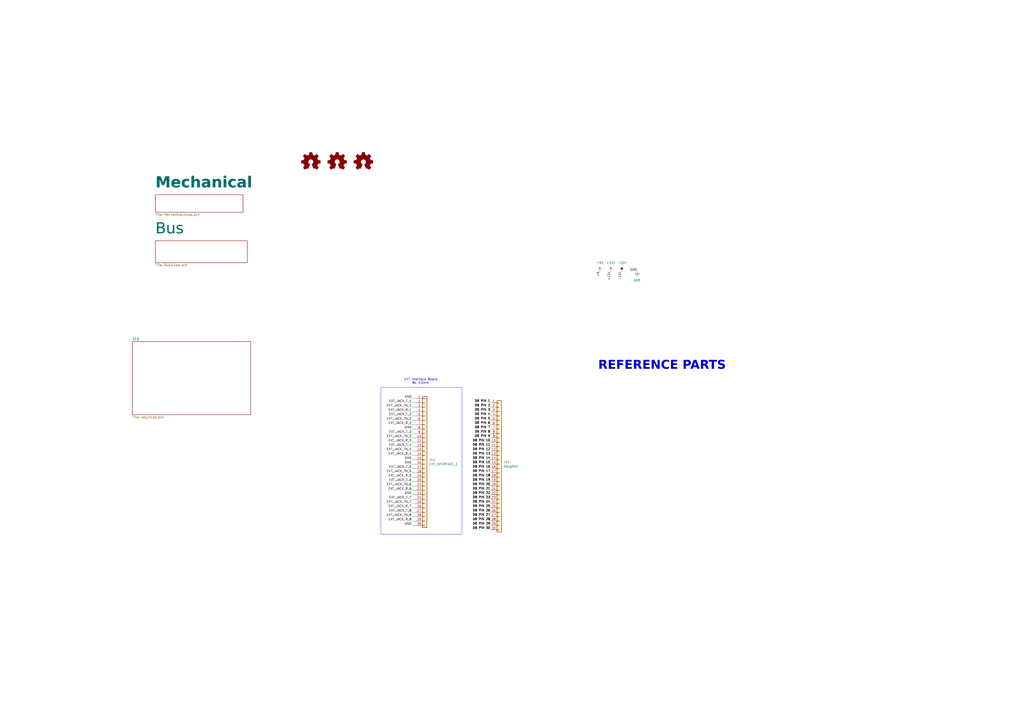
<source format=kicad_sch>
(kicad_sch (version 20231120) (generator "eeschema") (generator_version "8.0")
  (paper "A2")
  (title_block (title "Audio Thing Template") (date "2024-11-13") (rev "1.0") (company "velvia-fifty") (comment 1 "https://github.com/velvia-fifty/AudioThings") (comment 2 "You should have changed this already :)") (comment 4 "Stay humble"))
  (lib_symbols
    (symbol "Connector_Generic:Conn_01x30" (pin_names (offset 1.016) hide)
      (property "Reference" "J" (at 0 38.1 0))
      (property "Value" "Conn_01x30" (at 0 -40.64 0))
      (symbol "Conn_01x30_1_1"
        (rectangle (start -1.27 -37.973) (end 0 -38.227) (stroke (width 0.1524)))
        (rectangle (start -1.27 -35.433) (end 0 -35.687) (stroke (width 0.1524)))
        (rectangle (start -1.27 -32.893) (end 0 -33.147) (stroke (width 0.1524)))
        (rectangle (start -1.27 -30.353) (end 0 -30.607) (stroke (width 0.1524)))
        (rectangle (start -1.27 -27.813) (end 0 -28.067) (stroke (width 0.1524)))
        (rectangle (start -1.27 -25.273) (end 0 -25.527) (stroke (width 0.1524)))
        (rectangle (start -1.27 -22.733) (end 0 -22.987) (stroke (width 0.1524)))
        (rectangle (start -1.27 -20.193) (end 0 -20.447) (stroke (width 0.1524)))
        (rectangle (start -1.27 -17.653) (end 0 -17.907) (stroke (width 0.1524)))
        (rectangle (start -1.27 -15.113) (end 0 -15.367) (stroke (width 0.1524)))
        (rectangle (start -1.27 -12.573) (end 0 -12.827) (stroke (width 0.1524)))
        (rectangle (start -1.27 -10.033) (end 0 -10.287) (stroke (width 0.1524)))
        (rectangle (start -1.27 -7.493) (end 0 -7.747) (stroke (width 0.1524)))
        (rectangle (start -1.27 -4.953) (end 0 -5.207) (stroke (width 0.1524)))
        (rectangle (start -1.27 -2.413) (end 0 -2.667) (stroke (width 0.1524)))
        (rectangle (start -1.27 0.127) (end 0 -0.127) (stroke (width 0.1524)))
        (rectangle (start -1.27 2.667) (end 0 2.413) (stroke (width 0.1524)))
        (rectangle (start -1.27 5.207) (end 0 4.953) (stroke (width 0.1524)))
        (rectangle (start -1.27 7.747) (end 0 7.493) (stroke (width 0.1524)))
        (rectangle (start -1.27 10.287) (end 0 10.033) (stroke (width 0.1524)))
        (rectangle (start -1.27 12.827) (end 0 12.573) (stroke (width 0.1524)))
        (rectangle (start -1.27 15.367) (end 0 15.113) (stroke (width 0.1524)))
        (rectangle (start -1.27 17.907) (end 0 17.653) (stroke (width 0.1524)))
        (rectangle (start -1.27 20.447) (end 0 20.193) (stroke (width 0.1524)))
        (rectangle (start -1.27 22.987) (end 0 22.733) (stroke (width 0.1524)))
        (rectangle (start -1.27 25.527) (end 0 25.273) (stroke (width 0.1524)))
        (rectangle (start -1.27 28.067) (end 0 27.813) (stroke (width 0.1524)))
        (rectangle (start -1.27 30.607) (end 0 30.353) (stroke (width 0.1524)))
        (rectangle (start -1.27 33.147) (end 0 32.893) (stroke (width 0.1524)))
        (rectangle (start -1.27 35.687) (end 0 35.433) (stroke (width 0.1524)))
        (rectangle (start -1.27 36.83) (end 1.27 -39.37) (stroke (width 0.254)) (fill (type background)))
        (pin passive line (at -5.08 35.56 0) (length 3.81) (name "Pin_1") (number "1"))
        (pin passive line (at -5.08 12.7 0) (length 3.81) (name "Pin_10") (number "10"))
        (pin passive line (at -5.08 10.16 0) (length 3.81) (name "Pin_11") (number "11"))
        (pin passive line (at -5.08 7.62 0) (length 3.81) (name "Pin_12") (number "12"))
        (pin passive line (at -5.08 5.08 0) (length 3.81) (name "Pin_13") (number "13"))
        (pin passive line (at -5.08 2.54 0) (length 3.81) (name "Pin_14") (number "14"))
        (pin passive line (at -5.08 0 0) (length 3.81) (name "Pin_15") (number "15"))
        (pin passive line (at -5.08 -2.54 0) (length 3.81) (name "Pin_16") (number "16"))
        (pin passive line (at -5.08 -5.08 0) (length 3.81) (name "Pin_17") (number "17"))
        (pin passive line (at -5.08 -7.62 0) (length 3.81) (name "Pin_18") (number "18"))
        (pin passive line (at -5.08 -10.16 0) (length 3.81) (name "Pin_19") (number "19"))
        (pin passive line (at -5.08 33.02 0) (length 3.81) (name "Pin_2") (number "2"))
        (pin passive line (at -5.08 -12.7 0) (length 3.81) (name "Pin_20") (number "20"))
        (pin passive line (at -5.08 -15.24 0) (length 3.81) (name "Pin_21") (number "21"))
        (pin passive line (at -5.08 -17.78 0) (length 3.81) (name "Pin_22") (number "22"))
        (pin passive line (at -5.08 -20.32 0) (length 3.81) (name "Pin_23") (number "23"))
        (pin passive line (at -5.08 -22.86 0) (length 3.81) (name "Pin_24") (number "24"))
        (pin passive line (at -5.08 -25.4 0) (length 3.81) (name "Pin_25") (number "25"))
        (pin passive line (at -5.08 -27.94 0) (length 3.81) (name "Pin_26") (number "26"))
        (pin passive line (at -5.08 -30.48 0) (length 3.81) (name "Pin_27") (number "27"))
        (pin passive line (at -5.08 -33.02 0) (length 3.81) (name "Pin_28") (number "28"))
        (pin passive line (at -5.08 -35.56 0) (length 3.81) (name "Pin_29") (number "29"))
        (pin passive line (at -5.08 30.48 0) (length 3.81) (name "Pin_3") (number "3"))
        (pin passive line (at -5.08 -38.1 0) (length 3.81) (name "Pin_30") (number "30"))
        (pin passive line (at -5.08 27.94 0) (length 3.81) (name "Pin_4") (number "4"))
        (pin passive line (at -5.08 25.4 0) (length 3.81) (name "Pin_5") (number "5"))
        (pin passive line (at -5.08 22.86 0) (length 3.81) (name "Pin_6") (number "6"))
        (pin passive line (at -5.08 20.32 0) (length 3.81) (name "Pin_7") (number "7"))
        (pin passive line (at -5.08 17.78 0) (length 3.81) (name "Pin_8") (number "8"))
        (pin passive line (at -5.08 15.24 0) (length 3.81) (name "Pin_9") (number "9"))
      )
    )
    (symbol "Graphic:Logo_Open_Hardware_Small" (in_bom no) (on_board no)
      (symbol "Logo_Open_Hardware_Small_0_1"
        (polyline (pts (xy 3.3528 -4.3434) (xy 3.302 -4.318) (xy 3.175 -4.2418) (xy 2.9972 -4.1148) (xy 2.7686 -3.9624) (xy 2.54 -3.81) (xy 2.3622 -3.7084) (xy 2.2352 -3.6068) (xy 2.1844 -3.5814) (xy 2.159 -3.6068) (xy 2.0574 -3.6576) (xy 1.905 -3.7338) (xy 1.8034 -3.7846) (xy 1.6764 -3.8354) (xy 1.6002 -3.8354) (xy 1.6002 -3.8354) (xy 1.5494 -3.7338) (xy 1.4732 -3.5306) (xy 1.3462 -3.302) (xy 1.2446 -3.0226) (xy 1.1176 -2.7178) (xy 0.9652 -2.413) (xy 0.8636 -2.1082) (xy 0.7366 -1.8288) (xy 0.6604 -1.6256) (xy 0.6096 -1.4732) (xy 0.5842 -1.397) (xy 0.5842 -1.397) (xy 0.6604 -1.3208) (xy 0.7874 -1.2446) (xy 1.0414 -1.016) (xy 1.2954 -0.6858) (xy 1.4478 -0.3302) (xy 1.524 0.0762) (xy 1.4732 0.4572) (xy 1.3208 0.8128) (xy 1.0668 1.143) (xy 0.762 1.3716) (xy 0.4064 1.524) (xy 0 1.5748) (xy -0.381 1.5494) (xy -0.7366 1.397) (xy -1.0668 1.143) (xy -1.2192 0.9906) (xy -1.397 0.6604) (xy -1.524 0.3048) (xy -1.524 0.2286) (xy -1.4986 -0.1778) (xy -1.397 -0.5334) (xy -1.1938 -0.8636) (xy -0.9144 -1.143) (xy -0.8636 -1.1684) (xy -0.7366 -1.27) (xy -0.635 -1.3462) (xy -0.5842 -1.397) (xy -1.0668 -2.5908) (xy -1.143 -2.794) (xy -1.2954 -3.1242) (xy -1.397 -3.4036) (xy -1.4986 -3.6322) (xy -1.5748 -3.7846) (xy -1.6002 -3.8354) (xy -1.6002 -3.8354) (xy -1.651 -3.8354) (xy -1.7272 -3.81) (xy -1.905 -3.7338) (xy -2.0066 -3.683) (xy -2.1336 -3.6068) (xy -2.2098 -3.5814) (xy -2.2606 -3.6068) (xy -2.3622 -3.683) (xy -2.54 -3.81) (xy -2.7686 -3.9624) (xy -2.9718 -4.0894) (xy -3.1496 -4.2164) (xy -3.302 -4.318) (xy -3.3528 -4.3434) (xy -3.3782 -4.3434) (xy -3.429 -4.318) (xy -3.5306 -4.2164) (xy -3.7084 -4.064) (xy -3.937 -3.8354) (xy -3.9624 -3.81) (xy -4.1656 -3.6068) (xy -4.318 -3.4544) (xy -4.4196 -3.3274) (xy -4.445 -3.2766) (xy -4.445 -3.2766) (xy -4.4196 -3.2258) (xy -4.318 -3.0734) (xy -4.2164 -2.8956) (xy -4.064 -2.667) (xy -3.6576 -2.0828) (xy -3.8862 -1.5494) (xy -3.937 -1.3716) (xy -4.0386 -1.1684) (xy -4.0894 -1.0414) (xy -4.1148 -0.9652) (xy -4.191 -0.9398) (xy -4.318 -0.9144) (xy -4.5466 -0.8636) (xy -4.8006 -0.8128) (xy -5.0546 -0.7874) (xy -5.2578 -0.7366) (xy -5.4356 -0.7112) (xy -5.5118 -0.6858) (xy -5.5118 -0.6858) (xy -5.5372 -0.635) (xy -5.5372 -0.5588) (xy -5.5372 -0.4318) (xy -5.5626 -0.2286) (xy -5.5626 0.0762) (xy -5.5626 0.127) (xy -5.5372 0.4064) (xy -5.5372 0.635) (xy -5.5372 0.762) (xy -5.5372 0.8382) (xy -5.5372 0.8382) (xy -5.461 0.8382) (xy -5.3086 0.889) (xy -5.08 0.9144) (xy -4.826 0.9652) (xy -4.8006 0.9906) (xy -4.5466 1.0414) (xy -4.318 1.0668) (xy -4.1656 1.1176) (xy -4.0894 1.143) (xy -4.0894 1.143) (xy -4.0386 1.2446) (xy -3.9624 1.4224) (xy -3.8608 1.6256) (xy -3.7846 1.8288) (xy -3.7084 2.0066) (xy -3.6576 2.159) (xy -3.6322 2.2098) (xy -3.6322 2.2098) (xy -3.683 2.286) (xy -3.7592 2.413) (xy -3.8862 2.5908) (xy -4.064 2.8194) (xy -4.064 2.8448) (xy -4.2164 3.0734) (xy -4.3434 3.2512) (xy -4.4196 3.3782) (xy -4.445 3.4544) (xy -4.445 3.4544) (xy -4.3942 3.5052) (xy -4.2926 3.6322) (xy -4.1148 3.81) (xy -3.937 4.0132) (xy -3.8608 4.064) (xy -3.6576 4.2926) (xy -3.5052 4.4196) (xy -3.4036 4.4958) (xy -3.3528 4.5212) (xy -3.3528 4.5212) (xy -3.302 4.4704) (xy -3.1496 4.3688) (xy -2.9718 4.2418) (xy -2.7432 4.0894) (xy -2.7178 4.0894) (xy -2.4892 3.937) (xy -2.3114 3.81) (xy -2.1844 3.7084) (xy -2.1336 3.683) (xy -2.1082 3.683) (xy -2.032 3.7084) (xy -1.8542 3.7592) (xy -1.6764 3.8354) (xy -1.4732 3.937) (xy -1.27 4.0132) (xy -1.143 4.064) (xy -1.0668 4.1148) (xy -1.0668 4.1148) (xy -1.0414 4.191) (xy -1.016 4.3434) (xy -0.9652 4.572) (xy -0.9144 4.8514) (xy -0.889 4.9022) (xy -0.8382 5.1562) (xy -0.8128 5.3848) (xy -0.7874 5.5372) (xy -0.762 5.588) (xy -0.7112 5.6134) (xy -0.5842 5.6134) (xy -0.4064 5.6134) (xy -0.1524 5.6134) (xy 0.0762 5.6134) (xy 0.3302 5.6134) (xy 0.5334 5.6134) (xy 0.6858 5.588) (xy 0.7366 5.588) (xy 0.7366 5.588) (xy 0.762 5.5118) (xy 0.8128 5.334) (xy 0.8382 5.1054) (xy 0.9144 4.826) (xy 0.9144 4.7752) (xy 0.9652 4.5212) (xy 1.016 4.2926) (xy 1.0414 4.1402) (xy 1.0668 4.0894) (xy 1.0668 4.0894) (xy 1.1938 4.0386) (xy 1.3716 3.9624) (xy 1.5748 3.8608) (xy 2.0828 3.6576) (xy 2.7178 4.0894) (xy 2.7686 4.1402) (xy 2.9972 4.2926) (xy 3.175 4.4196) (xy 3.302 4.4958) (xy 3.3782 4.5212) (xy 3.3782 4.5212) (xy 3.429 4.4704) (xy 3.556 4.3434) (xy 3.7338 4.191) (xy 3.9116 3.9878) (xy 4.064 3.8354) (xy 4.2418 3.6576) (xy 4.3434 3.556) (xy 4.4196 3.4798) (xy 4.4196 3.429) (xy 4.4196 3.4036) (xy 4.3942 3.3274) (xy 4.2926 3.2004) (xy 4.1656 2.9972) (xy 4.0132 2.794) (xy 3.8862 2.5908) (xy 3.7592 2.3876) (xy 3.6576 2.2352) (xy 3.6322 2.159) (xy 3.6322 2.1336) (xy 3.683 2.0066) (xy 3.7592 1.8288) (xy 3.8608 1.6002) (xy 4.064 1.1176) (xy 4.3942 1.0414) (xy 4.5974 1.016) (xy 4.8768 0.9652) (xy 5.1308 0.9144) (xy 5.5372 0.8382) (xy 5.5626 -0.6604) (xy 5.4864 -0.6858) (xy 5.4356 -0.6858) (xy 5.2832 -0.7366) (xy 5.0546 -0.762) (xy 4.8006 -0.8128) (xy 4.5974 -0.8636) (xy 4.3688 -0.9144) (xy 4.2164 -0.9398) (xy 4.1402 -0.9398) (xy 4.1148 -0.9652) (xy 4.064 -1.0668) (xy 3.9878 -1.2446) (xy 3.9116 -1.4478) (xy 3.81 -1.651) (xy 3.7338 -1.8542) (xy 3.683 -2.0066) (xy 3.6576 -2.0828) (xy 3.683 -2.1336) (xy 3.7846 -2.2606) (xy 3.8862 -2.4638) (xy 4.0386 -2.667) (xy 4.191 -2.8956) (xy 4.318 -3.0734) (xy 4.3942 -3.2004) (xy 4.445 -3.2766) (xy 4.4196 -3.3274) (xy 4.3434 -3.429) (xy 4.1656 -3.5814) (xy 3.937 -3.8354) (xy 3.8862 -3.8608) (xy 3.683 -4.064) (xy 3.5306 -4.2164) (xy 3.4036 -4.318) (xy 3.3528 -4.3434)) (fill (type outline)))
      )
    )
    (symbol "power:+12V" (power) (pin_numbers hide) (pin_names (offset 0) hide)
      (property "Value" "+12V" (at 0 3.556 0))
      (symbol "+12V_0_1"
        (polyline (pts (xy -0.762 1.27) (xy 0 2.54)))
        (polyline (pts (xy 0 0) (xy 0 2.54)))
        (polyline (pts (xy 0 2.54) (xy 0.762 1.27)))
      )
      (symbol "+12V_1_1"
        (pin power_in line (at 0 0 90) (length 0) (name "~") (number "1"))
      )
    )
    (symbol "power:+5V" (power) (pin_numbers hide) (pin_names (offset 0) hide)
      (property "Value" "+5V" (at 0 3.556 0))
      (symbol "+5V_0_1"
        (polyline (pts (xy -0.762 1.27) (xy 0 2.54)))
        (polyline (pts (xy 0 0) (xy 0 2.54)))
        (polyline (pts (xy 0 2.54) (xy 0.762 1.27)))
      )
      (symbol "+5V_1_1"
        (pin power_in line (at 0 0 90) (length 0) (name "~") (number "1"))
      )
    )
    (symbol "power:-12V" (power) (pin_numbers hide) (pin_names (offset 0) hide)
      (property "Value" "-12V" (at 0 3.556 0))
      (symbol "-12V_0_0"
        (pin power_in line (at 0 0 90) (length 0) (name "~") (number "1"))
      )
      (symbol "-12V_0_1"
        (polyline (pts (xy 0 0) (xy 0 1.27) (xy 0.762 1.27) (xy 0 2.54) (xy -0.762 1.27) (xy 0 1.27)) (fill (type outline)))
      )
    )
    (symbol "power:GND" (power) (pin_numbers hide) (pin_names (offset 0) hide)
      (property "Value" "GND" (at 0 -3.81 0))
      (symbol "GND_0_1"
        (polyline (pts (xy 0 0) (xy 0 -1.27) (xy 1.27 -1.27) (xy 0 -2.54) (xy -1.27 -1.27) (xy 0 -1.27)))
      )
      (symbol "GND_1_1"
        (pin power_in line (at 0 0 270) (length 0) (name "~") (number "1"))
      )
    )
  )
  (wire (pts (xy 241.3 284.48) (xy 238.76 284.48)))
  (wire (pts (xy 241.3 261.62) (xy 238.76 261.62)))
  (wire (pts (xy 241.3 289.56) (xy 238.76 289.56)))
  (wire (pts (xy 241.3 271.78) (xy 238.76 271.78)))
  (wire (pts (xy 241.3 231.14) (xy 238.76 231.14)))
  (wire (pts (xy 241.3 233.68) (xy 238.76 233.68)))
  (wire (pts (xy 241.3 251.46) (xy 238.76 251.46)))
  (wire (pts (xy 241.3 266.7) (xy 238.76 266.7)))
  (wire (pts (xy 241.3 256.54) (xy 238.76 256.54)))
  (wire (pts (xy 241.3 238.76) (xy 238.76 238.76)))
  (wire (pts (xy 241.3 254) (xy 238.76 254)))
  (wire (pts (xy 241.3 259.08) (xy 238.76 259.08)))
  (wire (pts (xy 241.3 248.92) (xy 238.76 248.92)))
  (wire (pts (xy 241.3 241.3) (xy 238.76 241.3)))
  (wire (pts (xy 241.3 236.22) (xy 238.76 236.22)))
  (wire (pts (xy 241.3 264.16) (xy 238.76 264.16)))
  (wire (pts (xy 241.3 304.8) (xy 238.76 304.8)))
  (wire (pts (xy 241.3 281.94) (xy 238.76 281.94)))
  (wire (pts (xy 241.3 279.4) (xy 238.76 279.4)))
  (wire (pts (xy 241.3 274.32) (xy 238.76 274.32)))
  (wire (pts (xy 241.3 243.84) (xy 238.76 243.84)))
  (wire (pts (xy 241.3 297.18) (xy 238.76 297.18)))
  (wire (pts (xy 241.3 269.24) (xy 238.76 269.24)))
  (wire (pts (xy 241.3 299.72) (xy 238.76 299.72)))
  (wire (pts (xy 241.3 302.26) (xy 238.76 302.26)))
  (wire (pts (xy 241.3 294.64) (xy 238.76 294.64)))
  (wire (pts (xy 241.3 276.86) (xy 238.76 276.86)))
  (wire (pts (xy 241.3 246.38) (xy 238.76 246.38)))
  (wire (pts (xy 241.3 287.02) (xy 238.76 287.02)))
  (wire (pts (xy 241.3 292.1) (xy 238.76 292.1)))
  (rectangle (start 220.98 224.79) (end 267.97 309.88))
  (text "REFERENCE PARTS" (at 384.048 213.36 0) (effects (font (size 5.08 5.08) (thickness 1.016) (bold yes))))
  (text "EXT Interface Board\n8x 3.5mm" (at 244.094 221.234 0) (effects (font (size 1.27 1.27))))
  (label "+5" (at 347.98 157.48 270))
  (label "EXT_JACK_TN_1" (at 238.76 236.22 180))
  (label "GND" (at 238.76 266.7 180))
  (label "EXT_JACK_T_4" (at 238.76 259.08 180))
  (label "GND" (at 238.76 231.14 180))
  (label "DB PIN 8" (at 284.48 251.46 180) (effects (font (thickness 0.254) (bold yes))))
  (label "DB PIN 28" (at 284.48 302.26 180) (effects (font (thickness 0.254) (bold yes))))
  (label "DB PIN 20" (at 284.48 281.94 180) (effects (font (thickness 0.254) (bold yes))))
  (label "DB PIN 11" (at 284.48 259.08 180) (effects (font (thickness 0.254) (bold yes))))
  (label "EXT_JACK_T_3" (at 238.76 251.46 180))
  (label "GND" (at 238.76 248.92 180))
  (label "EXT_JACK_TN_4" (at 238.76 261.62 180))
  (label "DB PIN 14" (at 284.48 266.7 180) (effects (font (thickness 0.254) (bold yes))))
  (label "DB PIN 24" (at 284.48 292.1 180) (effects (font (thickness 0.254) (bold yes))))
  (label "EXT_JACK_R_3" (at 238.76 256.54 180))
  (label "DB PIN 3" (at 284.48 238.76 180) (effects (font (thickness 0.254) (bold yes))))
  (label "DB PIN 13" (at 284.48 264.16 180) (effects (font (thickness 0.254) (bold yes))))
  (label "-12v" (at 360.68 157.48 270))
  (label "DB PIN 18" (at 284.48 276.86 180) (effects (font (thickness 0.254) (bold yes))))
  (label "EXT_JACK_R_2" (at 238.76 246.38 180))
  (label "EXT_JACK_R_8" (at 238.76 302.26 180))
  (label "GND" (at 369.57 157.48 180))
  (label "EXT_JACK_T_2" (at 238.76 241.3 180))
  (label "GND" (at 238.76 287.02 180))
  (label "EXT_JACK_T_5" (at 238.76 271.78 180))
  (label "EXT_JACK_TN_7" (at 238.76 292.1 180))
  (label "DB PIN 10" (at 284.48 256.54 180) (effects (font (thickness 0.254) (bold yes))))
  (label "DB PIN 30" (at 284.48 307.34 180) (effects (font (thickness 0.254) (bold yes))))
  (label "EXT_JACK_TN_5" (at 238.76 274.32 180))
  (label "EXT_JACK_TN_2" (at 238.76 243.84 180))
  (label "EXT_JACK_TN_8" (at 238.76 299.72 180))
  (label "EXT_JACK_R_7" (at 238.76 294.64 180))
  (label "DB PIN 7" (at 284.48 248.92 180) (effects (font (thickness 0.254) (bold yes))))
  (label "DB PIN 9" (at 284.48 254 180) (effects (font (thickness 0.254) (bold yes))))
  (label "EXT_JACK_R_4" (at 238.76 264.16 180))
  (label "DB PIN 1" (at 284.48 233.68 180) (effects (font (thickness 0.254) (bold yes))))
  (label "DB PIN 2" (at 284.48 236.22 180) (effects (font (thickness 0.254) (bold yes))))
  (label "GND" (at 238.76 269.24 180))
  (label "GND" (at 238.76 304.8 180))
  (label "DB PIN 15" (at 284.48 269.24 180) (effects (font (thickness 0.254) (bold yes))))
  (label "DB PIN 19" (at 284.48 279.4 180) (effects (font (thickness 0.254) (bold yes))))
  (label "EXT_JACK_TN_6" (at 238.76 281.94 180))
  (label "DB PIN 21" (at 284.48 284.48 180) (effects (font (thickness 0.254) (bold yes))))
  (label "DB PIN 4" (at 284.48 241.3 180) (effects (font (thickness 0.254) (bold yes))))
  (label "DB PIN 25" (at 284.48 294.64 180) (effects (font (thickness 0.254) (bold yes))))
  (label "DB PIN 12" (at 284.48 261.62 180) (effects (font (thickness 0.254) (bold yes))))
  (label "DB PIN 29" (at 284.48 304.8 180) (effects (font (thickness 0.254) (bold yes))))
  (label "DB PIN 22" (at 284.48 287.02 180) (effects (font (thickness 0.254) (bold yes))))
  (label "EXT_JACK_R_1" (at 238.76 238.76 180))
  (label "EXT_JACK_R_6" (at 238.76 284.48 180))
  (label "EXT_JACK_T_6" (at 238.76 279.4 180))
  (label "DB PIN 6" (at 284.48 246.38 180) (effects (font (thickness 0.254) (bold yes))))
  (label "EXT_JACK_TN_3" (at 238.76 254 180))
  (label "+12v" (at 354.33 157.48 270))
  (label "DB PIN 16" (at 284.48 271.78 180) (effects (font (thickness 0.254) (bold yes))))
  (label "DB PIN 23" (at 284.48 289.56 180) (effects (font (thickness 0.254) (bold yes))))
  (label "EXT_JACK_T_8" (at 238.76 297.18 180))
  (label "EXT_JACK_T_1" (at 238.76 233.68 180))
  (label "EXT_JACK_R_5" (at 238.76 276.86 180))
  (label "DB PIN 5" (at 284.48 243.84 180) (effects (font (thickness 0.254) (bold yes))))
  (label "DB PIN 17" (at 284.48 274.32 180) (effects (font (thickness 0.254) (bold yes))))
  (label "DB PIN 27" (at 284.48 299.72 180) (effects (font (thickness 0.254) (bold yes))))
  (label "EXT_JACK_T_7" (at 238.76 289.56 180))
  (label "DB PIN 26" (at 284.48 297.18 180) (effects (font (thickness 0.254) (bold yes))))
  (symbol (lib_id "power:-12V") (at 360.68 157.48 0) (unit 1)
    (property "Reference" "#PWR023" (effects (hide yes)))
    (property "Value" "-12V" (at 360.68 152.4 0))
    (property "Description" "Power symbol creates a global label with name \"-12V\"" (effects (hide yes)))
  )
  (symbol (lib_id "Graphic:Logo_Open_Hardware_Small") (at 210.82 93.98 0) (unit 1) (exclude_from_sim yes) (in_bom no) (on_board no)
    (property "Reference" "#SYM3" (effects (hide yes)))
    (property "Value" "CC" (effects (hide yes)))
    (property "Footprint" "Symbol:Symbol_CreativeCommons_SilkScreenTop_Type2_Big" (effects (hide yes)))
    (property "Description" "CC" (effects (hide yes)))
  )
  (symbol (lib_id "power:+5V") (at 347.98 157.48 0) (unit 1)
    (property "Reference" "#PWR021" (effects (hide yes)))
    (property "Value" "+5V" (at 347.98 152.4 0))
    (property "Description" "Power symbol creates a global label with name \"+5V\"" (effects (hide yes)))
  )
  (symbol (lib_id "Connector_Generic:Conn_01x30") (at 289.56 269.24 0) (unit 1) (on_board no)
    (property "Reference" "J14" (at 292.1 267.9699 0) (effects (justify left)))
    (property "Value" "Daughter" (at 292.1 270.5099 0) (effects (justify left)))
    (property "Footprint" "AT-Footprints:AMPHENOL_SFV30R-4STE1HLF - FFC - 30 RA" (effects (hide yes)))
    (property "Description" "Generic connector, single row, 01x30, script generated (kicad-library-utils/schlib/autogen/connector/)" (effects (hide yes)))
  )
  (symbol (lib_id "power:GND") (at 369.57 157.48 0) (unit 1)
    (property "Reference" "#PWR024" (effects (hide yes)))
    (property "Value" "GND" (at 369.57 162.56 0))
    (property "Description" "Power symbol creates a global label with name \"GND\" , ground" (effects (hide yes)))
  )
  (symbol (lib_id "power:+12V") (at 354.33 157.48 0) (unit 1)
    (property "Reference" "#PWR022" (effects (hide yes)))
    (property "Value" "+12V" (at 354.33 152.4 0))
    (property "Description" "Power symbol creates a global label with name \"+12V\"" (effects (hide yes)))
  )
  (symbol (lib_id "Graphic:Logo_Open_Hardware_Small") (at 195.58 93.98 0) (unit 1) (exclude_from_sim yes) (in_bom no) (on_board no)
    (property "Reference" "#SYM2" (effects (hide yes)))
    (property "Value" "Logo Kicad" (effects (hide yes)))
    (property "Footprint" "Symbol:KiCad-Logo2_5mm_SilkScreen" (effects (hide yes)))
    (property "Description" "Logo Kicadx" (effects (hide yes)))
  )
  (symbol (lib_id "Graphic:Logo_Open_Hardware_Small") (at 180.34 93.98 0) (unit 1) (exclude_from_sim yes) (in_bom no)
    (property "Reference" "#SYM1" (effects (hide yes)))
    (property "Value" "Logo_Open_Hardware_Small" (effects (hide yes)))
    (property "Footprint" "Symbol:OSHW-Logo2_7.3x6mm_SilkScreen" (effects (hide yes)))
    (property "Description" "Open Hardware logo, small" (effects (hide yes)))
  )
  (symbol (lib_id "Connector_Generic:Conn_01x30") (at 246.38 266.7 0) (unit 1) (on_board no)
    (property "Reference" "J11" (at 248.92 266.6999 0) (effects (justify left)))
    (property "Value" "EXT_INTERFACE_1" (at 248.92 269.2399 0) (effects (justify left)))
    (property "Footprint" "AT-Footprints:AMPHENOL_SFV30R-4STE1HLF - FFC - 30 RA" (effects (hide yes)))
    (property "Description" "Generic connector, single row, 01x30, script generated (kicad-library-utils/schlib/autogen/connector/)" (effects (hide yes)))
  )
  (sheet (at 76.835 198.12) (size 68.58 42.545) (stroke (width 0.1524))
    (property "Sheetname" "SEQ" (at 76.835 197.4084 0) (effects (justify left bottom)))
    (property "Sheetfile" "seq.kicad_sch" (at 76.835 241.2496 0) (effects (justify left top)))
  )
  (sheet (at 90.17 113.03) (size 50.8 10.16) (stroke (width 0.1524))
    (property "Sheetname" "Mechanical" (at 90.17 109.7784 0) (effects (font (size 6.35 6.35) (thickness 1.27) (bold yes)) (justify left bottom)))
    (property "Sheetfile" "Mechanical.kicad_sch" (at 90.17 123.7746 0) (effects (justify left top)))
  )
  (sheet (at 90.17 139.7) (size 53.34 12.7) (stroke (width 0.1524))
    (property "Sheetname" "Bus" (at 90.17 136.4484 0) (effects (font (size 6.35 6.35)) (justify left bottom)))
    (property "Sheetfile" "Bus.kicad_sch" (at 90.17 152.9846 0) (effects (justify left top)))
  )
)
</source>
